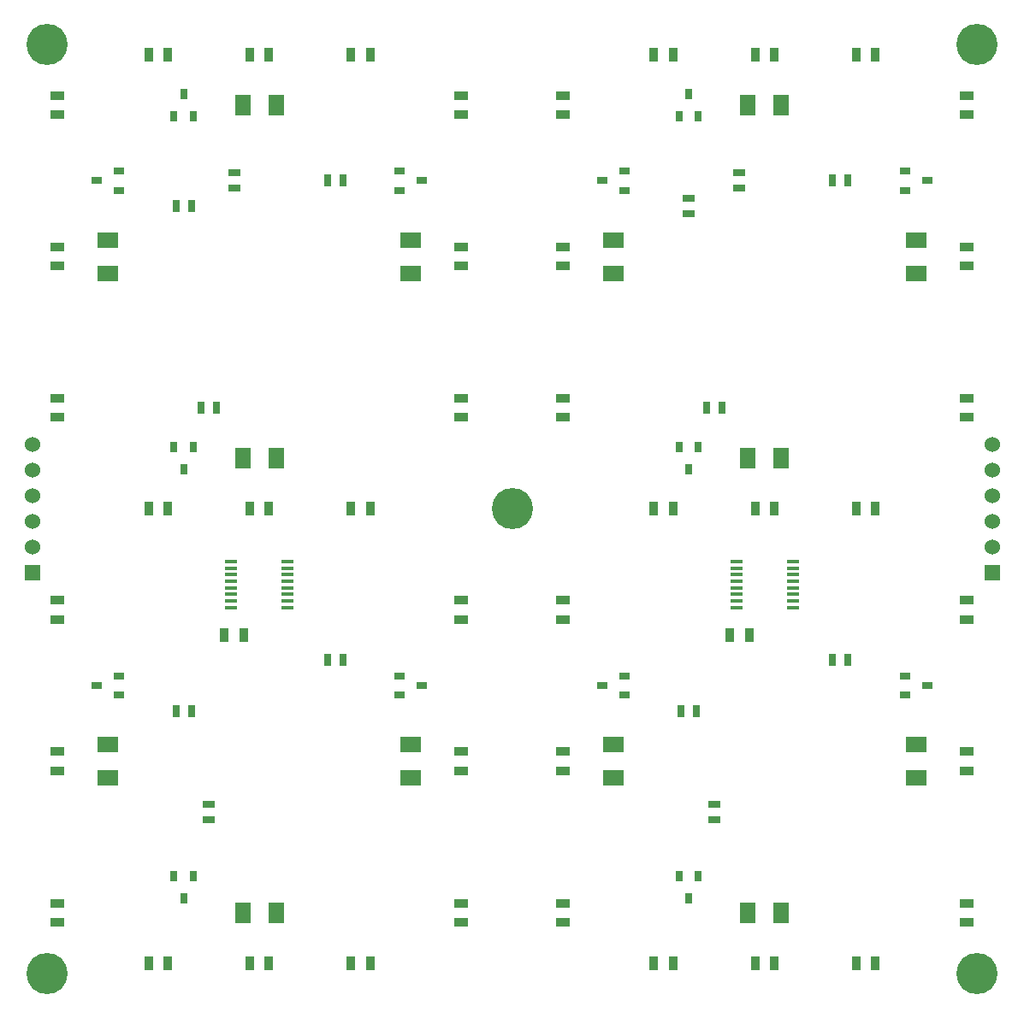
<source format=gts>
G04 (created by PCBNEW (2013-07-07 BZR 4022)-stable) date 2/23/2015 9:33:28 PM*
%MOIN*%
G04 Gerber Fmt 3.4, Leading zero omitted, Abs format*
%FSLAX34Y34*%
G01*
G70*
G90*
G04 APERTURE LIST*
%ADD10C,0.00590551*%
%ADD11R,0.05X0.015*%
%ADD12R,0.0394X0.0315*%
%ADD13R,0.0315X0.0394*%
%ADD14R,0.06X0.08*%
%ADD15R,0.08X0.06*%
%ADD16R,0.055X0.035*%
%ADD17R,0.035X0.055*%
%ADD18R,0.025X0.045*%
%ADD19R,0.045X0.025*%
%ADD20R,0.06X0.06*%
%ADD21C,0.06*%
%ADD22C,0.16*%
G04 APERTURE END LIST*
G54D10*
G54D11*
X26692Y-35344D03*
X26692Y-35088D03*
X26692Y-34832D03*
X26692Y-34576D03*
X26692Y-34320D03*
X26692Y-34064D03*
X26692Y-33808D03*
X26692Y-33552D03*
X24488Y-33552D03*
X24488Y-33808D03*
X24488Y-34064D03*
X24488Y-34320D03*
X24488Y-34576D03*
X24488Y-34832D03*
X24488Y-35088D03*
X24488Y-35344D03*
X46377Y-35344D03*
X46377Y-35088D03*
X46377Y-34832D03*
X46377Y-34576D03*
X46377Y-34320D03*
X46377Y-34064D03*
X46377Y-33808D03*
X46377Y-33552D03*
X44173Y-33552D03*
X44173Y-33808D03*
X44173Y-34064D03*
X44173Y-34320D03*
X44173Y-34576D03*
X44173Y-34832D03*
X44173Y-35088D03*
X44173Y-35344D03*
G54D12*
X38937Y-18700D03*
X39803Y-18325D03*
X39803Y-19075D03*
G54D13*
X42322Y-29960D03*
X41947Y-29094D03*
X42697Y-29094D03*
X42322Y-15315D03*
X42697Y-16181D03*
X41947Y-16181D03*
G54D12*
X51614Y-18700D03*
X50748Y-19075D03*
X50748Y-18325D03*
X51614Y-38385D03*
X50748Y-38760D03*
X50748Y-38010D03*
G54D13*
X42322Y-46692D03*
X41947Y-45826D03*
X42697Y-45826D03*
G54D12*
X38937Y-38385D03*
X39803Y-38010D03*
X39803Y-38760D03*
G54D13*
X22637Y-29960D03*
X22262Y-29094D03*
X23012Y-29094D03*
X22637Y-15315D03*
X23012Y-16181D03*
X22262Y-16181D03*
G54D12*
X19252Y-18700D03*
X20118Y-18325D03*
X20118Y-19075D03*
X31929Y-18700D03*
X31063Y-19075D03*
X31063Y-18325D03*
G54D13*
X22637Y-46692D03*
X22262Y-45826D03*
X23012Y-45826D03*
G54D12*
X19252Y-38385D03*
X20118Y-38010D03*
X20118Y-38760D03*
X31929Y-38385D03*
X31063Y-38760D03*
X31063Y-38010D03*
G54D14*
X24940Y-29527D03*
X26240Y-29527D03*
G54D15*
X51181Y-41988D03*
X51181Y-40688D03*
X51181Y-22303D03*
X51181Y-21003D03*
G54D14*
X44625Y-15748D03*
X45925Y-15748D03*
X44625Y-29527D03*
X45925Y-29527D03*
X44625Y-47244D03*
X45925Y-47244D03*
G54D15*
X39370Y-41988D03*
X39370Y-40688D03*
X39370Y-22303D03*
X39370Y-21003D03*
G54D14*
X24940Y-15748D03*
X26240Y-15748D03*
G54D15*
X31496Y-22303D03*
X31496Y-21003D03*
X31496Y-41988D03*
X31496Y-40688D03*
G54D14*
X26240Y-47244D03*
X24940Y-47244D03*
G54D15*
X19685Y-41988D03*
X19685Y-40688D03*
X19685Y-22303D03*
X19685Y-21003D03*
G54D16*
X53149Y-41713D03*
X53149Y-40963D03*
X53149Y-22028D03*
X53149Y-21278D03*
X53149Y-47619D03*
X53149Y-46869D03*
X53149Y-16123D03*
X53149Y-15373D03*
G54D17*
X41713Y-13779D03*
X40963Y-13779D03*
G54D16*
X53149Y-27934D03*
X53149Y-27184D03*
G54D17*
X29902Y-31496D03*
X29152Y-31496D03*
G54D16*
X53149Y-35808D03*
X53149Y-35058D03*
G54D17*
X49587Y-49212D03*
X48837Y-49212D03*
G54D16*
X37401Y-16123D03*
X37401Y-15373D03*
X37401Y-22028D03*
X37401Y-21278D03*
X37401Y-27934D03*
X37401Y-27184D03*
X37401Y-35808D03*
X37401Y-35058D03*
X37401Y-41713D03*
X37401Y-40963D03*
X37401Y-47619D03*
X37401Y-46869D03*
G54D17*
X41713Y-49212D03*
X40963Y-49212D03*
X45650Y-49212D03*
X44900Y-49212D03*
G54D16*
X33464Y-41713D03*
X33464Y-40963D03*
G54D17*
X49587Y-31496D03*
X48837Y-31496D03*
X45650Y-31496D03*
X44900Y-31496D03*
G54D16*
X17716Y-16123D03*
X17716Y-15373D03*
X17716Y-22028D03*
X17716Y-21278D03*
X17716Y-27934D03*
X17716Y-27184D03*
X17716Y-35808D03*
X17716Y-35058D03*
X17716Y-41713D03*
X17716Y-40963D03*
X17716Y-47619D03*
X17716Y-46869D03*
G54D17*
X22028Y-49212D03*
X21278Y-49212D03*
X25965Y-49212D03*
X25215Y-49212D03*
X29902Y-49212D03*
X29152Y-49212D03*
G54D16*
X33464Y-35808D03*
X33464Y-35058D03*
G54D17*
X45650Y-13779D03*
X44900Y-13779D03*
G54D16*
X33464Y-47619D03*
X33464Y-46869D03*
X33464Y-16123D03*
X33464Y-15373D03*
X33464Y-22028D03*
X33464Y-21278D03*
X33464Y-27934D03*
X33464Y-27184D03*
G54D17*
X22028Y-13779D03*
X21278Y-13779D03*
X25965Y-13779D03*
X25215Y-13779D03*
X29902Y-13779D03*
X29152Y-13779D03*
X22028Y-31496D03*
X21278Y-31496D03*
X25965Y-31496D03*
X25215Y-31496D03*
X41713Y-31496D03*
X40963Y-31496D03*
X49587Y-13779D03*
X48837Y-13779D03*
G54D18*
X28243Y-18700D03*
X28843Y-18700D03*
X43607Y-27559D03*
X43007Y-27559D03*
G54D19*
X44291Y-19000D03*
X44291Y-18400D03*
G54D18*
X22337Y-19685D03*
X22937Y-19685D03*
X47928Y-18700D03*
X48528Y-18700D03*
X47928Y-37401D03*
X48528Y-37401D03*
X22337Y-39370D03*
X22937Y-39370D03*
G54D19*
X43307Y-43007D03*
X43307Y-43607D03*
G54D18*
X42622Y-39370D03*
X42022Y-39370D03*
G54D19*
X23622Y-43607D03*
X23622Y-43007D03*
X42322Y-19985D03*
X42322Y-19385D03*
G54D18*
X28243Y-37401D03*
X28843Y-37401D03*
X23922Y-27559D03*
X23322Y-27559D03*
G54D19*
X24606Y-19000D03*
X24606Y-18400D03*
G54D20*
X16732Y-33996D03*
G54D21*
X16732Y-32996D03*
X16732Y-31996D03*
X16732Y-30996D03*
X16732Y-29996D03*
X16732Y-28996D03*
G54D20*
X54133Y-33996D03*
G54D21*
X54133Y-32996D03*
X54133Y-31996D03*
X54133Y-30996D03*
X54133Y-29996D03*
X54133Y-28996D03*
G54D17*
X43916Y-36417D03*
X44666Y-36417D03*
X24231Y-36417D03*
X24981Y-36417D03*
G54D22*
X17322Y-13385D03*
X53543Y-13385D03*
X53543Y-49606D03*
X17322Y-49606D03*
X35433Y-31496D03*
M02*

</source>
